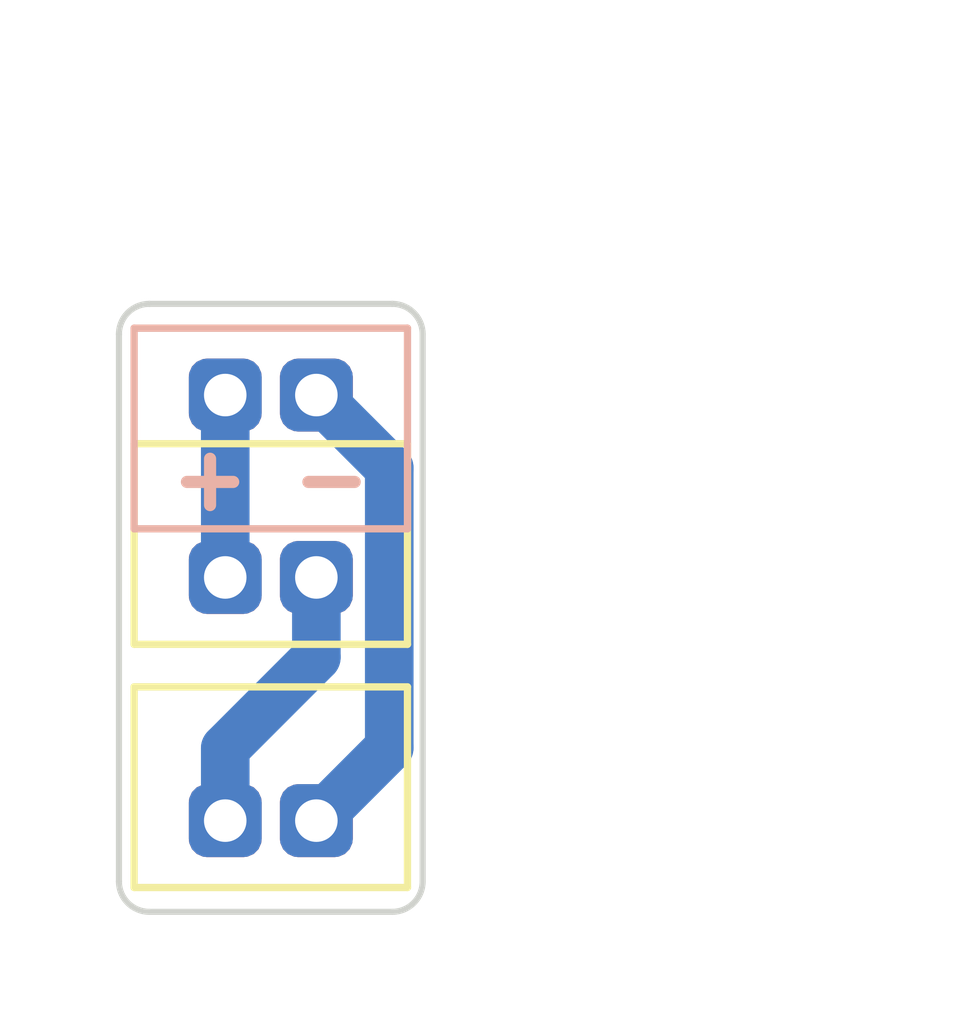
<source format=kicad_pcb>
(kicad_pcb (version 20221018) (generator pcbnew)
  (layers (0 "F.Cu" signal) (31 "B.Cu" signal) (34 "B.Paste" user) (35 "F.Paste" user) (36 "B.SilkS" user "B.Silkscreen") (37 "F.SilkS" user "F.Silkscreen") (38 "B.Mask" user) (39 "F.Mask" user) (44 "Edge.Cuts" user))
  (net 0 "")
  (net 1 "Net-(J1-Pin_1)")
  (net 2 "Net-(J1-Pin_2)")
  (net 3 "Net-(J2-Pin_1)")
  (footprint "Library:B2B-ZH" (layer "F.Cu") (at 139 77)
    (fp_text reference "J1" hide)
    (fp_text value "B2B-ZH")
    (fp_line (start -2.25 -2.2) (end -2.25 1.1) (stroke (width 0.12)) (layer "F.SilkS"))
    (fp_line (start -2.25 -2.2) (end 2.25 -2.2) (stroke (width 0.12)) (layer "F.SilkS"))
    (fp_line (start -2.25 1.1) (end 2.25 1.1) (stroke (width 0.12)) (layer "F.SilkS"))
    (fp_line (start 2.25 -2.2) (end 2.25 1.1) (stroke (width 0.12)) (layer "F.SilkS"))
    (pad "1" thru_hole roundrect (at 0.75 0) (size 1.2 1.2) (drill 0.7) (layers "*.Cu" "*.Mask") (net 1 "Net-(J1-Pin_1)"))
    (pad "2" thru_hole roundrect (at -0.75 0) (size 1.2 1.2) (drill 0.7) (layers "*.Cu" "*.Mask") (net 2 "Net-(J1-Pin_2)"))
  )
  (footprint "Library:B2B-ZH" (layer "F.Cu") (at 139 81)
    (fp_text reference "J2" hide)
    (fp_text value "B2B-ZH")
    (fp_line (start -2.25 -2.2) (end -2.25 1.1) (stroke (width 0.12)) (layer "F.SilkS"))
    (fp_line (start -2.25 -2.2) (end 2.25 -2.2) (stroke (width 0.12)) (layer "F.SilkS"))
    (fp_line (start -2.25 1.1) (end 2.25 1.1) (stroke (width 0.12)) (layer "F.SilkS"))
    (fp_line (start 2.25 -2.2) (end 2.25 1.1) (stroke (width 0.12)) (layer "F.SilkS"))
    (pad "1" thru_hole roundrect (at 0.75 0) (size 1.2 1.2) (drill 0.7) (layers "*.Cu" "*.Mask") (net 3 "Net-(J2-Pin_1)"))
    (pad "2" thru_hole roundrect (at -0.75 0) (size 1.2 1.2) (drill 0.7) (layers "*.Cu" "*.Mask") (net 1 "Net-(J1-Pin_1)"))
  )
  (footprint "Library:B2B-ZH" (layer "B.Cu") (at 139 74)
    (fp_text reference "J3" hide)
    (fp_text value "B2B-ZH")
    (fp_line (start -2.25 -1.1) (end 2.25 -1.1) (stroke (width 0.12)) (layer "B.SilkS"))
    (fp_line (start -2.25 2.2) (end -2.25 -1.1) (stroke (width 0.12)) (layer "B.SilkS"))
    (fp_line (start -2.25 2.2) (end 2.25 2.2) (stroke (width 0.12)) (layer "B.SilkS"))
    (fp_line (start 2.25 2.2) (end 2.25 -1.1) (stroke (width 0.12)) (layer "B.SilkS"))
    (pad "1" thru_hole roundrect (at 0.75 0) (size 1.2 1.2) (drill 0.7) (layers "*.Cu" "*.Mask") (net 3 "Net-(J2-Pin_1)"))
    (pad "2" thru_hole roundrect (at -0.75 0) (size 1.2 1.2) (drill 0.7) (layers "*.Cu" "*.Mask") (net 2 "Net-(J1-Pin_2)"))
  )
  (gr_line (start 141.5 73) (end 141.5 82) (stroke (width 0.1)) (layer "Edge.Cuts"))
  (gr_arc (start 141 72.5) (mid 141.353553 72.646447) (end 141.5 73) (stroke (width 0.1)) (layer "Edge.Cuts"))
  (gr_arc (start 136.5 73) (mid 136.646447 72.646447) (end 137 72.5) (stroke (width 0.1)) (layer "Edge.Cuts"))
  (gr_line (start 137 82.5) (end 141 82.5) (stroke (width 0.1)) (layer "Edge.Cuts"))
  (gr_arc (start 141.5 82) (mid 141.353553 82.353553) (end 141 82.5) (stroke (width 0.1)) (layer "Edge.Cuts"))
  (gr_line (start 137 72.5) (end 141 72.5) (stroke (width 0.1)) (layer "Edge.Cuts"))
  (gr_line (start 136.5 73) (end 136.5 82) (stroke (width 0.1)) (layer "Edge.Cuts"))
  (gr_arc (start 137 82.5) (mid 136.646447 82.353553) (end 136.5 82) (stroke (width 0.1)) (layer "Edge.Cuts"))
  (gr_text "+ -" (at 139 75.5 180) (layer "B.SilkS") (effects (font (size 1 1) (thickness 0.2) bold) (justify mirror)))
  (segment (start 138.25 81) (end 138.25 79.811396) (width 0.8) (layer "B.Cu") (net 1))
  (segment (start 139.75 78.311396) (end 139.75 77) (width 0.8) (layer "B.Cu") (net 1))
  (segment (start 138.25 79.811396) (end 139.75 78.311396) (width 0.8) (layer "B.Cu") (net 1))
  (segment (start 138.25 77) (end 138.25 74) (width 0.8) (layer "B.Cu") (net 2))
  (segment (start 140.95 75.2) (end 139.75 74) (width 0.8) (layer "B.Cu") (net 3))
  (segment (start 139.75 81) (end 140.95 79.8) (width 0.8) (layer "B.Cu") (net 3))
  (segment (start 140.95 79.8) (end 140.95 75.2) (width 0.8) (layer "B.Cu") (net 3))
)
</source>
